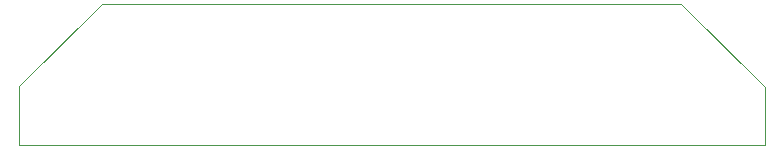
<source format=gm1>
G04 #@! TF.GenerationSoftware,KiCad,Pcbnew,(5.1.10)-1*
G04 #@! TF.CreationDate,2021-10-24T19:11:05-07:00*
G04 #@! TF.ProjectId,Atari130MX-adapter,41746172-6931-4333-904d-582d61646170,rev?*
G04 #@! TF.SameCoordinates,Original*
G04 #@! TF.FileFunction,Profile,NP*
%FSLAX46Y46*%
G04 Gerber Fmt 4.6, Leading zero omitted, Abs format (unit mm)*
G04 Created by KiCad (PCBNEW (5.1.10)-1) date 2021-10-24 19:11:05*
%MOMM*%
%LPD*%
G01*
G04 APERTURE LIST*
G04 #@! TA.AperFunction,Profile*
%ADD10C,0.050000*%
G04 #@! TD*
G04 #@! TA.AperFunction,Profile*
%ADD11C,0.120000*%
G04 #@! TD*
G04 APERTURE END LIST*
D10*
X98560000Y-59940000D02*
X105520000Y-52980000D01*
X98564040Y-61744860D02*
X98560000Y-59940000D01*
X161664040Y-61744860D02*
X161660000Y-60040000D01*
X154600000Y-52980000D02*
X105520000Y-52980000D01*
X154600000Y-52980000D02*
X161660000Y-60040000D01*
D11*
X98564040Y-64919860D02*
X98564040Y-61744860D01*
X161664040Y-64919860D02*
X161664040Y-61744860D01*
X98564040Y-64919860D02*
X161664040Y-64919860D01*
M02*

</source>
